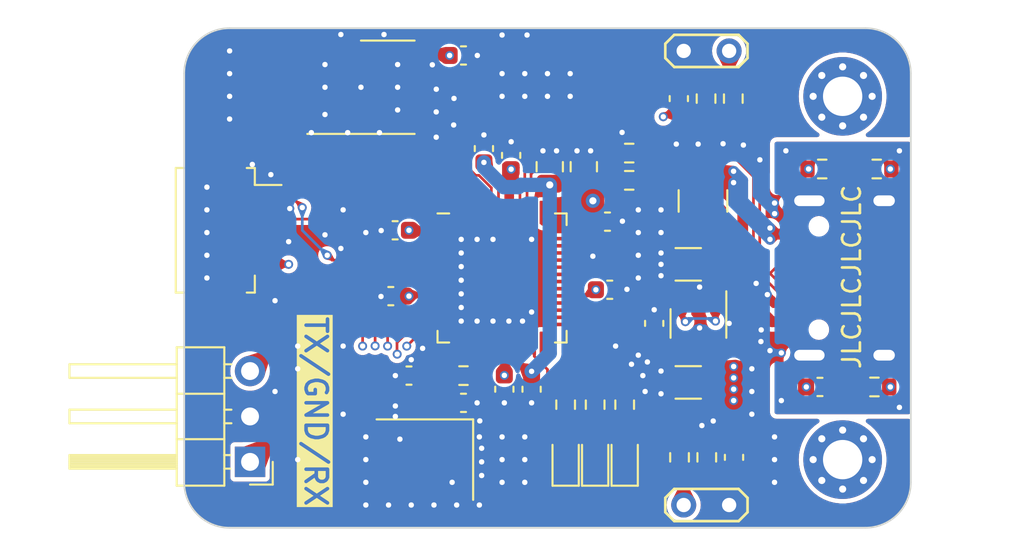
<source format=kicad_pcb>
(kicad_pcb (version 20221018) (generator pcbnew)
  (layers (0 "F.Cu" signal) (1 "In1.Cu" signal) (2 "In2.Cu" signal) (31 "B.Cu" signal) (34 "B.Paste" user) (35 "F.Paste" user) (36 "B.SilkS" user "B.Silkscreen") (37 "F.SilkS" user "F.Silkscreen") (38 "B.Mask" user) (39 "F.Mask" user) (44 "Edge.Cuts" user))
  (net 0 "")
  (net 1 "GND")
  (net 2 "+3V3")
  (net 3 "/VREG")
  (net 4 "+5V")
  (net 5 "Net-(U3-SENSE{slash}ADJ)")
  (net 6 "Net-(J2-SHIELD)")
  (net 7 "Net-(U2-XIN)")
  (net 8 "Net-(C20-Pad1)")
  (net 9 "Net-(D1-A)")
  (net 10 "Net-(D2-A)")
  (net 11 "Net-(D3-A)")
  (net 12 "Net-(F1-Pad2)")
  (net 13 "/UART1_TX")
  (net 14 "/UART1_RX")
  (net 15 "Net-(J2-CC1)")
  (net 16 "/USB_DP")
  (net 17 "/USB_DM")
  (net 19 "Net-(J2-CC2)")
  (net 21 "/SWDIO")
  (net 22 "/SWCLK")
  (net 23 "Net-(JP1-B)")
  (net 24 "Net-(JP2-B)")
  (net 25 "/QSPI_SS")
  (net 26 "/RUN")
  (net 27 "Net-(U2-XOUT)")
  (net 28 "Net-(U2-USB_DP)")
  (net 29 "Net-(U2-USB_DM)")
  (net 30 "Net-(U2-GPIO18)")
  (net 31 "Net-(U2-GPIO19)")
  (net 32 "Net-(U2-GPIO20)")
  (net 33 "/QSPI_SD1")
  (net 34 "/QSPI_SD2")
  (net 35 "/QSPI_SD0")
  (net 36 "/QSPI_CLK")
  (net 37 "/QSPI_SD3")
  (net 41 "unconnected-(U2-GPIO7-Pad9)")
  (net 42 "unconnected-(U2-GPIO8-Pad11)")
  (net 43 "unconnected-(U2-GPIO9-Pad12)")
  (net 44 "unconnected-(U2-GPIO10-Pad13)")
  (net 45 "unconnected-(U2-GPIO11-Pad14)")
  (footprint "Resistor_SMD:R_0603_1608Metric" (layer "F.Cu") (at 163.81 81.407 90)
    (fp_text reference "R1" hide)
    (fp_text value "10K")
  )
  (footprint "Capacitor_SMD:C_0603_1608Metric" (layer "F.Cu") (at 154.051 97.663 90)
    (fp_text reference "C6" hide)
    (fp_text value "100nF")
  )
  (footprint "Resistor_SMD:R_0603_1608Metric" (layer "F.Cu") (at 165.334 81.407 -90)
    (fp_text reference "R2" hide)
    (fp_text value "1K")
  )
  (footprint "Connector_PinHeader_2.54mm:PinHeader_1x03_P2.54mm_Horizontal" (layer "F.Cu") (at 138.303 101.727 180)
    (fp_text reference "J1" hide)
    (fp_text value "Conn_01x03_MountingPin")
  )
  (footprint "Capacitor_SMD:C_0603_1608Metric" (layer "F.Cu") (at 158.423 92.099 180)
    (fp_text reference "C8" hide)
    (fp_text value "100nF")
  )
  (footprint "MountingHole:MountingHole_2.2mm_M2_Pad_Via" (layer "F.Cu") (at 171.45 101.6)
    (fp_text reference "H2" hide)
    (fp_text value "MountingHole_Pad")
  )
  (footprint "Resistor_SMD:R_0603_1608Metric" (layer "F.Cu") (at 155.956 98.5265 90)
    (fp_text reference "R9" hide)
    (fp_text value "4.7K")
  )
  (footprint "Resistor_SMD:R_0603_1608Metric" (layer "F.Cu") (at 163.85 101.473 -90)
    (fp_text reference "R3" hide)
    (fp_text value "10K")
  )
  (footprint "Resistor_SMD:R_0603_1608Metric" (layer "F.Cu") (at 162.326 101.473 -90)
    (fp_text reference "R4" hide)
    (fp_text value "1K")
  )
  (footprint "Resistor_SMD:R_0603_1608Metric" (layer "F.Cu") (at 157.607 98.5265 90)
    (fp_text reference "R10" hide)
    (fp_text value "4.7K")
  )
  (footprint "Capacitor_SMD:C_1206_3216Metric" (layer "F.Cu") (at 162.814 90.678 180)
    (fp_text reference "C15" hide)
    (fp_text value "10uF")
  )
  (footprint "Resistor_SMD:R_0603_1608Metric" (layer "F.Cu") (at 150.241 96.901)
    (fp_text reference "R5" hide)
    (fp_text value "470R")
  )
  (footprint "Resistor_SMD:R_0603_1608Metric" (layer "F.Cu") (at 159.512 84.455 180)
    (fp_text reference "R6" hide)
    (fp_text value "27.4R")
  )
  (footprint "Capacitor_SMD:C_1206_3216Metric" (layer "F.Cu") (at 162.814 97.282 180)
    (fp_text reference "C17" hide)
    (fp_text value "2.2uF")
  )
  (footprint "Capacitor_SMD:C_0603_1608Metric" (layer "F.Cu") (at 151.384 84.201 -90)
    (fp_text reference "C5" hide)
    (fp_text value "100nF")
  )
  (footprint "Fuse:Fuse_1210_3225Metric" (layer "F.Cu") (at 163.637 87.133 90)
    (fp_text reference "F1" hide)
    (fp_text value "Fuse")
  )
  (footprint "Crystal:Crystal_SMD_3225-4Pin_3.2x2.5mm_HandSoldering" (layer "F.Cu") (at 148.082 101.6 180)
    (fp_text reference "Y2" hide)
    (fp_text value "Crystal_GND24")
  )
  (footprint "Capacitor_SMD:C_0603_1608Metric" (layer "F.Cu") (at 146.177 92.456)
    (fp_text reference "C10" hide)
    (fp_text value "100nF")
  )
  (footprint "MountingHole:MountingHole_2.2mm_M2_Pad_Via" (layer "F.Cu") (at 171.45 81.28)
    (fp_text reference "H1" hide)
    (fp_text value "MountingHole_Pad")
  )
  (footprint "Capacitor_SMD:C_0603_1608Metric" (layer "F.Cu") (at 160.909 93.98 90)
    (fp_text reference "C16" hide)
    (fp_text value "10nF")
  )
  (footprint "LED_SMD:LED_0603_1608Metric" (layer "F.Cu") (at 157.607 101.5745 90)
    (fp_text reference "D2" hide)
    (fp_text value "LED")
  )
  (footprint "LED_SMD:LED_0603_1608Metric" (layer "F.Cu") (at 159.258 101.5745 90)
    (fp_text reference "D3" hide)
    (fp_text value "LED")
  )
  (footprint "LED_SMD:LED_0603_1608Metric" (layer "F.Cu") (at 155.956 101.5745 90)
    (fp_text reference "D1" hide)
    (fp_text value "LED")
  )
  (footprint "Capacitor_SMD:C_0603_1608Metric" (layer "F.Cu") (at 170.18 97.536)
    (fp_text reference "C18" hide)
    (fp_text value "10nF")
  )
  (footprint "Capacitor_SMD:C_0603_1608Metric" (layer "F.Cu") (at 150.241 78.994)
    (fp_text reference "C2" hide)
    (fp_text value "100nF")
  )
  (footprint "Resistor_SMD:R_0603_1608Metric" (layer "F.Cu") (at 173.228 97.536 180)
    (fp_text reference "R16" hide)
    (fp_text value "1M")
  )
  (footprint "Capacitor_SMD:C_0805_2012Metric" (layer "F.Cu") (at 156.972 85.217 -90)
    (fp_text reference "C14" hide)
    (fp_text value "2.2uF")
  )
  (footprint "Connector_Molex:Molex_PicoBlade_53261-0471_1x04-1MP_P1.25mm_Horizontal" (layer "F.Cu") (at 136.86 88.773 -90)
    (fp_text reference "J3" hide)
    (fp_text value "Conn_01x04_MountingPin")
  )
  (footprint "Capacitor_SMD:C_0603_1608Metric" (layer "F.Cu") (at 146.418 88.773)
    (fp_text reference "C11" hide)
    (fp_text value "100nF")
  )
  (footprint "Package_DFN_QFN:QFN-56-1EP_7x7mm_P0.4mm_EP3.2x3.2mm" (layer "F.Cu") (at 152.4 91.44)
    (fp_text reference "U2" hide)
    (fp_text value "RP2040")
  )
  (footprint "Package_TO_SOT_SMD:TSOT-23-5" (layer "F.Cu") (at 163.383 93.9855 -90)
    (fp_text reference "U3" hide)
    (fp_text value "RT9013-33GB")
  )
  (footprint "Capacitor_SMD:C_0603_1608Metric" (layer "F.Cu") (at 150.241 98.425)
    (fp_text reference "C20" hide)
    (fp_text value "12pF")
  )
  (footprint "Resistor_SMD:R_0603_1608Metric" (layer "F.Cu") (at 173.355 85.344 180)
    (fp_text reference "R14" hide)
    (fp_text value "5.1k")
  )
  (footprint "TestPoint:TestPoint_2Pads_Pitch2.54mm_Drill0.8mm" (layer "F.Cu") (at 162.56 78.74)
    (fp_text reference "JP1" hide)
    (fp_text value "Jumper_2_Open")
  )
  (footprint "Capacitor_SMD:C_0603_1608Metric" (layer "F.Cu") (at 162.286 81.407 -90)
    (fp_text reference "C1" hide)
    (fp_text value "100nF")
  )
  (footprint "Capacitor_SMD:C_0805_2012Metric" (layer "F.Cu") (at 155.067 85.217 -90)
    (fp_text reference "C4" hide)
    (fp_text value "2.2uF")
  )
  (footprint "Capacitor_SMD:C_0603_1608Metric" (layer "F.Cu") (at 147.193 96.901 180)
    (fp_text reference "C19" hide)
    (fp_text value "12pF")
  )
  (footprint "Capacitor_SMD:C_0603_1608Metric" (layer "F.Cu") (at 152.908 84.582 -90)
    (fp_text reference "C12" hide)
    (fp_text value "100nF")
  )
  (footprint "TestPoint:TestPoint_2Pads_Pitch2.54mm_Drill0.8mm" (layer "F.Cu") (at 165.1 104.14 180)
    (fp_text reference "JP2" hide)
    (fp_text value "Jumper_2_Open")
  )
  (footprint "Capacitor_SMD:C_0603_1608Metric" (layer "F.Cu") (at 165.374 101.473 90)
    (fp_text reference "C3" hide)
    (fp_text value "1uF")
  )
  (footprint "Capacitor_SMD:C_0603_1608Metric" (layer "F.Cu") (at 158.296 88.289 180)
    (fp_text reference "C7" hide)
    (fp_text value "100nF")
  )
  (footprint "Connector_USB:USB_C_Receptacle_HRO_TYPE-C-31-M-12" (layer "F.Cu") (at 172.72 91.44 90)
    (fp_text reference "J2" hide)
    (fp_text value "USB_C_Receptacle_USB2.0")
  )
  (footprint "Resistor_SMD:R_0603_1608Metric" (layer "F.Cu") (at 170.307 85.344)
    (fp_text reference "R15" hide)
    (fp_text value "5.1k")
  )
  (footprint "Resistor_SMD:R_0603_1608Metric" (layer "F.Cu") (at 159.512 85.979 180)
    (fp_text reference "R7" hide)
    (fp_text value "27.4R")
  )
  (footprint "Resistor_SMD:R_0603_1608Metric" (layer "F.Cu") (at 159.258 98.5265 90)
    (fp_text reference "R11" hide)
    (fp_text value "4.7K")
  )
  (footprint "Capacitor_SMD:C_0603_1608Metric" (layer "F.Cu") (at 152.527 97.663 90)
    (fp_text reference "C9" hide)
    (fp_text value "100nF")
  )
  (footprint "Package_SON:WSON-8-1EP_6x5mm_P1.27mm_EP3.4x4.3mm" (layer "F.Cu") (at 144.5065 80.772)
    (fp_text reference "U1" hide)
    (fp_text value "W25Q32JVZP")
  )
  (gr_arc (start 134.62 80.01) (mid 135.363949 78.213949) (end 137.16 77.47) (stroke (width 0.1)) (layer "Edge.Cuts"))
  (gr_line (start 172.72 105.41) (end 137.16 105.41) (stroke (width 0.1)) (layer "Edge.Cuts"))
  (gr_line (start 137.16 77.47) (end 172.72 77.47) (stroke (width 0.1)) (layer "Edge.Cuts"))
  (gr_arc (start 172.72 77.47) (mid 174.516051 78.213949) (end 175.26 80.01) (stroke (width 0.1)) (layer "Edge.Cuts"))
  (gr_line (start 134.62 102.87) (end 134.62 80.01) (stroke (width 0.1)) (layer "Edge.Cuts"))
  (gr_arc (start 137.16 105.41) (mid 135.363949 104.666051) (end 134.62 102.87) (stroke (width 0.1)) (layer "Edge.Cuts"))
  (gr_arc (start 175.26 102.87) (mid 174.516051 104.666051) (end 172.72 105.41) (stroke (width 0.1)) (layer "Edge.Cuts"))
  (gr_line (start 175.26 80.01) (end 175.26 102.87) (stroke (width 0.1)) (layer "Edge.Cuts"))
  (gr_text "TX/GND/RX" (at 141.278689 93.490051 270) (layer "F.SilkS" knockout) (effects (font (size 1.2 1.2) (thickness 0.2) bold) (justify left bottom)))
  (gr_text "JLCJLCJLCJLC" (at 172.544073 96.618892 90) (layer "F.SilkS") (effects (font (size 1 1)) (justify left bottom)))
  (segment (start 168.675 94.69) (end 168.675 94.977) (width 0.15) (layer "F.Cu") (net 1))
  (segment (start 168.675 94.69) (end 167.184 94.69) (width 0.15) (layer "F.Cu") (net 1))
  (segment (start 151.4 95.099) (end 151.4 94.25) (width 0.15) (layer "F.Cu") (net 1))
  (segment (start 140.462 89.408) (end 139.27 89.408) (width 0.15) (layer "F.Cu") (net 1))
  (segment (start 168.021 96.152) (end 168.021 95.631) (width 0.15) (layer "F.Cu") (net 1))
  (segment (start 167.184 94.69) (end 166.878 94.996) (width 0.15) (layer "F.Cu") (net 1))
  (segment (start 139.27 89.408) (end 139.26 89.398) (width 0.15) (layer "F.Cu") (net 1))
  (segment (start 151.4 94.25) (end 151.003 93.853) (width 0.15) (layer "F.Cu") (net 1))
  (segment (start 167.64 87.186) (end 167.64 87.249) (width 0.15) (layer "F.Cu") (net 1))
  (segment (start 174.053 97.536) (end 173.303 98.286) (width 0.15) (layer "F.Cu") (net 1))
  (segment (start 173.43 84.594) (end 170.232 84.594) (width 0.15) (layer "F.Cu") (net 1))
  (segment (start 168.675 88.19) (end 167.989955 88.19) (width 0.15) (layer "F.Cu") (net 1))
  (segment (start 168.675 94.69) (end 168.2 94.69) (width 0.15) (layer "F.Cu") (net 1))
  (segment (start 167.989955 88.19) (end 167.643307 87.843352) (width 0.15) (layer "F.Cu") (net 1))
  (segment (start 168.2 94.69) (end 167.386 95.504) (width 0.15) (layer "F.Cu") (net 1))
  (segment (start 170.232 84.594) (end 169.482 85.344) (width 0.15) (layer "F.Cu") (net 1))
  (segment (start 165.374 102.248) (end 165.1 102.522) (width 0.15) (layer "F.Cu") (net 1))
  (segment (start 173.303 98.286) (end 170.155 98.286) (width 0.15) (layer "F.Cu") (net 1))
  (segment (start 169.482 85.344) (end 167.64 87.186) (width 0.15) (layer "F.Cu") (net 1))
  (segment (start 168.581 88.19) (end 168.675 88.19) (width 0.15) (layer "F.Cu") (net 1))
  (segment (start 167.64 87.249) (end 168.581 88.19) (width 0.15) (layer "F.Cu") (net 1))
  (segment (start 168.675 94.977) (end 168.021 95.631) (width 0.15) (layer "F.Cu") (net 1))
  (segment (start 169.405 97.536) (end 168.021 96.152) (width 0.15) (layer "F.Cu") (net 1))
  (segment (start 170.155 98.286) (end 169.405 97.536) (width 0.15) (layer "F.Cu") (net 1))
  (segment (start 174.18 85.344) (end 173.43 84.594) (width 0.15) (layer "F.Cu") (net 1))
  (segment (start 165.1 102.522) (end 165.1 104.14) (width 0.15) (layer "F.Cu") (net 1))
  (segment (start 168.675 94.69) (end 167.240046 94.69) (width 0.15) (layer "F.Cu") (net 1))
  (segment (start 167.240046 94.69) (end 166.894523 94.344477) (width 0.15) (layer "F.Cu") (net 1))
  (via (at 146.558 79.502) (size 0.5) (drill 0.3) (layers "F.Cu" "B.Cu") (net 1))
  (via (at 145.627542 92.475471) (size 0.5) (drill 0.3) (layers "F.Cu" "B.Cu") (net 1))
  (via (at 144.5065 80.772) (size 0.5) (drill 0.3) (layers "F.Cu" "B.Cu") (net 1))
  (via (at 137.16 82.55) (size 0.5) (drill 0.3) (layers "F.Cu" "B.Cu") (net 1))
  (via (at 159.385 92.075) (size 0.5) (drill 0.3) (layers "F.Cu" "B.Cu") (net 1))
  (via (at 151.003 93.853) (size 0.5) (drill 0.3) (layers "F.Cu" "B.Cu") (net 1))
  (via (at 166.819586 84.831405) (size 0.5) (drill 0.3) (layers "F.Cu" "B.Cu") (net 1))
  (via (at 153.797 77.851) (size 0.5) (drill 0.3) (layers "F.Cu" "B.Cu") (net 1))
  (via (at 143.51 99.06) (size 0.5) (drill 0.3) (layers "F.Cu" "B.Cu") (net 1))
  (via (at 142.494 80.772) (size 0.5) (drill 0.3) (layers "F.Cu" "B.Cu") (net 1))
  (via (at 135.89 87.63) (size 0.5) (drill 0.3) (layers "F.Cu" "B.Cu") (net 1))
  (via (at 150.114 89.281) (size 0.5) (drill 0.3) (layers "F.Cu" "B.Cu") (net 1))
  (via (at 169.418 97.536) (size 0.5) (drill 0.3) (layers "F.Cu" "B.Cu") (net 1))
  (via (at 164.211 99.441) (size 0.5) (drill 0.3) (layers "F.Cu" "B.Cu") (net 1))
  (via (at 140.462 89.408) (size 0.5) (drill 0.3) (layers "F.Cu" "B.Cu") (net 1))
  (via (at 153.67 81.28) (size 0.5) (drill 0.3) (layers "F.Cu" "B.Cu") (net 1))
  (via (at 167.238896 92.370653) (size 0.5) (drill 0.3) (layers "F.Cu" "B.Cu") (net 1))
  (via (at 160.401 97.79) (size 0.5) (drill 0.3) (layers "F.Cu" "B.Cu") (net 1))
  (via (at 151.257 102.489) (size 0.5) (drill 0.3) (layers "F.Cu" "B.Cu") (net 1))
  (via (at 146.558 82.042) (size 0.5) (drill 0.3) (layers "F.Cu" "B.Cu") (net 1))
  (via (at 152.4 81.28) (size 0.5) (drill 0.3) (layers "F.Cu" "B.Cu") (net 1))
  (via (at 154.686 84.328) (size 0.5) (drill 0.3) (layers "F.Cu" "B.Cu") (net 1))
  (via (at 153.67 80.01) (size 0.5) (drill 0.3) (layers "F.Cu" "B.Cu") (net 1))
  (via (at 144.78 100.33) (size 0.5) (drill 0.3) (layers "F.Cu" "B.Cu") (net 1))
  (via (at 153.67 102.87) (size 0.5) (drill 0.3) (layers "F.Cu" "B.Cu") (net 1))
  (via (at 157.477885 90.222943) (size 0.5) (drill 0.3) (layers "F.Cu" "B.Cu") (net 1))
  (via (at 153.67 100.33) (size 0.5) (drill 0.3) (layers "F.Cu" "B.Cu") (net 1))
  (via (at 137.16 81.28) (size 0.5) (drill 0.3) (layers "F.Cu" "B.Cu") (net 1))
  (via (at 146.05 104.14) (size 0.5) (drill 0.3) (layers "F.Cu" "B.Cu") (net 1))
  (via (at 161.29 87.63) (size 0.5) (drill 0.3) (layers "F.Cu" "B.Cu") (net 1))
  (via (at 145.796 77.8225) (size 0.5) (drill 0.3) (layers "F.Cu" "B.Cu") (net 1))
  (via (at 153.67 101.6) (size 0.5) (drill 0.3) (layers "F.Cu" "B.Cu") (net 1))
  (via (at 167.64 102.87) (size 0.5) (drill 0.3) (layers "F.Cu" "B.Cu") (net 1))
  (via (at 144.78 102.87) (size 0.5) (drill 0.3) (layers "F.Cu" "B.Cu") (net 1))
  (via (at 152.781 93.853) (size 0.5) (drill 0.3) (layers "F.Cu" "B.Cu") (net 1))
  (via (at 174.117 85.344) (size 0.5) (drill 0.3) (layers "F.Cu" "B.Cu") (net 1))
  (via (at 148.717 83.566) (size 0.5) (drill 0.3) (layers "F.Cu" "B.Cu") (net 1))
  (via (at 138.43 85.09) (size 0.5) (drill 0.3) (layers "F.Cu" "B.Cu") (net 1))
  (via (at 151.153822 99.434278) (size 0.5) (drill 0.3) (layers "F.Cu" "B.Cu") (net 1))
  (via (at 143.383 77.8225) (size 0.5) (drill 0.3) (layers "F.Cu" "B.Cu") (net 1))
  (via (at 148.59 104.14) (size 0.5) (drill 0.3) (layers "F.Cu" "B.Cu") (net 1))
  (via (at 149.710713 81.397523) (size 0.5) (drill 0.3) (layers "F.Cu" "B.Cu") (net 1))
  (via (at 151.384 83.439) (size 0.5) (drill 0.3) (layers "F.Cu" "B.Cu") (net 1))
  (via (at 163.367723 83.952359) (size 0.5) (drill 0.3) (layers "F.Cu" "B.Cu") (net 1))
  (via (at 160.274 96.901) (size 0.5) (drill 0.3) (layers "F.Cu" "B.Cu") (net 1))
  (via (at 163.576 99.695) (size 0.5) (drill 0.3) (layers "F.Cu" "B.Cu") (net 1))
  (via (at 152.908 83.82) (size 0.5) (drill 0.3) (layers "F.Cu" "B.Cu") (net 1))
  (via (at 158.75 95.25) (size 0.5) (drill 0.3) (layers "F.Cu" "B.Cu") (net 1))
  (via (at 146.431 96.901) (size 0.5) (drill 0.3) (layers "F.Cu" "B.Cu") (net 1))
  (via (at 163.449 91.948) (size 0.5) (drill 0.3) (layers "F.Cu" "B.Cu") (net 1))
  (via (at 166.37 99.06) (size 0.5) (drill 0.3) (layers "F.Cu" "B.Cu") (net 1))
  (via (at 167.643307 87.843352) (size 0.5) (drill 0.3) (layers "F.Cu" "B.Cu") (net 1))
  (via (at 137.16 80.01) (size 0.5) (drill 0.3) (layers "F.Cu" "B.Cu") (net 1))
  (via (at 160.02 87.63) (size 0.5) (drill 0.3) (layers "F.Cu" "B.Cu") (net 1))
  (via (at 161.29 97.917) (size 0.5) (drill 0.3) (layers "F.Cu" "B.Cu") (net 1))
  (via (at 139.467166 85.65953) (size 0.5) (drill 0.3) (layers "F.Cu" "B.Cu") (net 1))
  (via (at 160.909 93.218) (size 0.5) (drill 0.3) (layers "F.Cu" "B.Cu") (net 1))
  (via (at 150.114 93.091) (size 0.5) (drill 0.3) (layers "F.Cu" "B.Cu") (net 1))
  (via (at 152.527 98.425) (size 0.5) (drill 0.3) (layers "F.Cu" "B.Cu") (net 1))
  (via (at 152.4 101.6) (size 0.5) (drill 0.3) (layers "F.Cu" "B.Cu") (net 1))
  (via (at 146.685 100.457) (size 0.5) (drill 0.3) (layers "F.Cu" "B.Cu") (net 1))
  (via (at 139.7 97.79) (size 0.5) (drill 0.3) (layers "F.Cu" "B.Cu") (net 1))
  (via (at 152.4 80.01) (size 0.5) (drill 0.3) (layers "F.Cu" "B.Cu") (net 1))
  (via (at 140.97 96.52) (size 0.5) (drill 0.3) (layers "F.Cu" "B.Cu") (net 1))
  (via (at 139.7 92.71) (size 0.5) (drill 0.3) (layers "F.Cu" "B.Cu") (net 1))
  (via (at 161.29 91.313) (size 0.5) (drill 0.3) (layers "F.Cu" "B.Cu") (net 1))
  (via (at 143.383 89.789) (size 0.5) (drill 0.3) (layers "F.Cu" "B.Cu") (net 1))
  (via (at 150.114 90.043) (size 0.5) (drill 0.3) (layers "F.Cu" "B.Cu") (net 1))
  (via (at 152.4 100.33) (size 0.5) (drill 0.3) (layers "F.Cu" "B.Cu") (net 1))
  (via (at 166.878 94.996) (size 0.5) (drill 0.3) (layers "F.Cu" "B.Cu") (net 1))
  (via (at 162.145636 83.952359) (size 0.5) (drill 0.3) (layers "F.Cu" "B.Cu") (net 1))
  (via (at 146.431 99.187) (size 0.5) (drill 0.3) (layers "F.Cu" "B.Cu") (net 1))
  (via (at 140.526591 87.557078) (size 0.5) (drill 0.3) (layers "F.Cu" "B.Cu") (net 1))
  (via (at 148.499127 79.5165) (size 0.5) (drill 0.3) (layers "F.Cu" "B.Cu") (net 1))
  (via (at 160.02 95.758) (size 0.5) (drill 0.3) (layers "F.Cu" "B.Cu") (net 1))
  (via (at 148.717 82.1525) (size 0.5) (drill 0.3) (layers "F.Cu" "B.Cu") (net 1))
  (via (at 168.021 95.631) (size 0.5) (drill 0.3) (layers "F.Cu" "B.Cu") (net 1))
  (via (at 144.78 88.9) (size 0.5) (drill 0.3) (layers "F.Cu" "B.Cu") (net 1))
  (via (at 167.64 87.249) (size 0.5) (drill 0.3) (layers "F.Cu" "B.Cu") (net 1))
  (via (at 150.114 91.567) (size 0.5) (drill 0.3) (layers "F.Cu" "B.Cu") (net 1))
  (via (at 151.892 89.281) (size 0.5) (drill 0.3) (layers "F.Cu" "B.Cu") (net 1))
  (via (at 143.51 95.25) (size 0.5) (drill 0.3) (layers "F.Cu" "B.Cu") (net 1))
  (via (at 150.114 92.329) (size 0.5) (drill 0.3) (layers "F.Cu" "B.Cu") (net 1))
  (via (at 167.386 95.504) (size 0.5) (drill 0.3) (layers "F.Cu" "B.Cu") (net 1))
  (via (at 151.257 101.727) (size 0.5) (drill 0.3) (layers "F.Cu" "B.Cu") (net 1))
  (via (at 152.4 77.851) (size 0.5) (drill 0.3) (layers "F.Cu" "B.Cu") (net 1))
  (via (at 141.732 83.312) (size 0.5) (drill 0.3) (layers "F.Cu" "B.Cu") (net 1))
  (via (at 154.94 81.28) (size 0.5) (drill 0.3) (layers "F.Cu" "B.Cu") (net 1))
  (via (at 161.29 96.647) (size 0.5) (drill 0.3) (layers "F.Cu" "B.Cu") (net 1))
  (via (at 135.89 88.9) (size 0.5) (drill 0.3) (layers "F.Cu" "B.Cu") (net 1))
  (via (at 166.6115 91.743256) (size 0.5) (drill 0.3) (layers "F.Cu" "B.Cu") (net 1))
  (via (at 161.29 90.678) (size 0.5) (drill 0.3) (layers "F.Cu" "B.Cu") (net 1))
  (via (at 149.86 104.14) (size 0.5) (drill 0.3) (layers "F.Cu" "B.Cu") (net 1))
  (via (at 149.606 102.87) (size 0.5) (drill 0.3) (layers "F.Cu" "B.Cu") (net 1))
  (via (at 156.21 81.28) (size 0.5) (drill 0.3) (layers "F.Cu" "B.Cu") (net 1))
  (via (at 166.37 96.52) (size 0.5) (drill 0.3) (layers "F.Cu" "B.Cu") (net 1))
  (via (at 142.494 82.296) (size 0.5) (drill 0.3) (layers "F.Cu" "B.Cu") (net 1))
  (via (at 154.051 93.345) (size 0.5) (drill 0.3) (layers "F.Cu" "B.Cu") (net 1))
  (via (at 151.016 78.994) (size 0.5) (drill 0.3) (layers "F.Cu" "B.Cu") (net 1))
  (via (at 145.542 83.312) (size 0.5) (drill 0.3) (layers "F.Cu" "B.Cu") (net 1))
  (via (at 163.449 94.234) (size 0.5) (drill 0.3) (layers "F.Cu" "B.Cu") (net 1))
  (via (at 148.720744 80.8825) (size 0.5) (drill 0.3) (layers "F.Cu" "B.Cu") (net 1))
  (via (at 147.955 95.377) (size 0.5) (drill 0.3) (layers "F.Cu" "B.Cu") (net 1))
  (via (at 157.353 84.328) (size 0.5) (drill 0.3) (layers "F.Cu" "B.Cu") (net 1))
  (via (at 151.003 98.425) (size 0.5) (drill 0.3) (layers "F.Cu" "B.Cu") (net 1))
  (via (at 165.89766 84.005959) (size 0.5) (drill 0.3) (layers "F.Cu" "B.Cu") (net 1))
  (via (at 159.639 96.266) (size 0.5) (drill 0.3) (layers "F.Cu" "B.Cu") (net 1))
  (via (at 149.692229 82.882939) (size 0.5) (drill 0.3) (layers "F.Cu" "B.Cu") (net 1))
  (via (at 167.64 101.6) (size 0.5) (drill 0.3) (layers "F.Cu" "B.Cu") (net 1))
  (via (at 135.89 91.44) (size 0.5) (drill 0.3) (layers "F.Cu" "B.Cu") (net 1))
  (via (at 174.117 97.536) (size 0.5) (drill 0.3) (layers "F.Cu" "B.Cu") (net 1))
  (via (at 167.64 100.33) (size 0.5) (drill 0.3) (layers "F.Cu" "B.Cu") (net 1))
  (via (at 135.89 90.17) (size 0.5) (drill 0.3) (layers "F.Cu" "B.Cu") (net 1))
  (via (at 147.32 96.012) (size 0.5) (drill 0.3) (layers "F.Cu" "B.Cu") (net 1))
  (via (at 142.494 79.502) (size 0.5) (drill 0.3) (layers "F.Cu" "B.Cu") (net 1))
  (via (at 146.558 80.772) (size 0.5) (drill 0.3) (layers "F.Cu" "B.Cu") (net 1))
  (via (at 156.591 84.328) (size 0.5) (drill 0.3) (layers "F.Cu" "B.Cu") (net 1))
  (via (at 160.528 96.139) (size 0.5) (drill 0.3) (layers "F.Cu" "B.Cu") (net 1))
  (via (at 146.431 98.6005) (size 0.5) (drill 0.3) (layers "F.Cu" "B.Cu") (net 1))
  (via (at 140.97 95.25) (size 0.5) (drill 0.3) (layers "F.Cu" "B.Cu") (net 1))
  (via (at 151.13 104.14) (size 0.5) (drill 0.3) (layers "F.Cu" "B.Cu") (net 1))
  (via (at 143.764 83.312) (size 0.5) (drill 0.3) (layers "F.Cu" "B.Cu") (net 1))
  (via (at 150.114 90.805) (size 0.5) (drill 0.3) (layers "F.Cu" "B.Cu") (net 1))
  (via (at 159.131 88.265) (size 0.5) (drill 0.3) (layers "F.Cu" "B.Cu") (net 1))
  (via (at 151.892 93.853) (size 0.5) (drill 0.3) (layers "F.Cu" "B.Cu") (net 1))
  (via (at 154.94 80.01) (size 0.5) (drill 0.3) (layers "F.Cu" "B.Cu") (net 1))
  (via (at 161.29 90.043) (size 0.5) (drill 0.3) (layers "F.Cu" "B.Cu") (net 1))
  (via (at 165.1 93.98) (size 0.5) (drill 0.3) (layers "F.Cu" "B.Cu") (net 1))
  (via (at 153.543 93.853) (size 0.5) (drill 0.3) (layers "F.Cu" "B.Cu") (net 1))
  (via (at 151.13 100.33) (size 0.5) (drill 0.3) (layers "F.Cu" "B.Cu") (net 1))
  (via (at 156.21 80.01) (size 0.5) (drill 0.3) (layers "F.Cu" "B.Cu") (net 1))
  (via (at 154.051 98.425) (size 0.5) (drill 0.3) (layers "F.Cu" "B.Cu") (net 1))
  (via (at 160.02 91.44) (size 0.5) (drill 0.3) (layers "F.Cu" "B.Cu") (net 1))
  (via (at 135.89 86.36) (size 0.5) (drill 0.3) (layers "F.Cu" "B.Cu") (net 1))
  (via (at 144.78 104.14) (size 0.5) (drill 0.3) (layers "F.Cu" "B.Cu") (net 1))
  (via (at 137.16 78.74) (size 0.5) (drill 0.3) (layers "F.Cu" "B.Cu") (net 1))
  (via (at 150.114 93.853) (size 0.5) (drill 0.3) (layers "F.Cu" "B.Cu") (net 1))
  (via (at 144.78 101.6) (size 0.5) (drill 0.3) (layers "F.Cu" "B.Cu") (net 1))
  (via (at 155.448 84.328) (size 0.5) (drill 0.3) (layers "F.Cu" "B.Cu") (net 1))
  (via (at 159.111856 83.298435) (size 0.5) (drill 0.3) (layers "F.Cu" "B.Cu") (net 1))
  (via (at 147.32 104.14) (size 0.5) (drill 0.3) (layers "F.Cu" "B.Cu") (net 1))
  (via (at 152.4 102.87) (size 0.5) (drill 0.3) (layers "F.Cu" "B.Cu") (net 1))
  (via (at 161.29 88.9) (size 0.5) (drill 0.3) (layers "F.Cu" "B.Cu") (net 1))
  (via (at 169.545 85.344) (size 0.5) (drill 0.3) (layers "F.Cu" "B.Cu") (net 1))
  (via (at 166.894523 94.344477) (size 0.5) (drill 0.3) (layers "F.Cu" "B.Cu") (net 1))
  (via (at 143.51 87.63) (size 0.5) (drill 0.3) (layers "F.Cu" "B.Cu") (net 1))
  (via (at 154.051 89.281) (size 0.5) (drill 0.3) (layers "F.Cu" "B.Cu") (net 1))
  (via (at 142.494 89.027) (size 0.5) (drill 0.3) (layers "F.Cu" "B.Cu") (net 1))
  (via (at 160.02 90.17) (size 0.5) (drill 0.3) (layers "F.Cu" "B.Cu") (net 1))
  (via (at 140.97 101.6) (size 0.5) (drill 0.3) (layers "F.Cu" "B.Cu") (net 1))
  (via (at 151.257 100.965) (size 0.5) (drill 0.3) (layers "F.Cu" "B.Cu") (net 1))
  (via (at 166.37 97.79) (size 0.5) (drill 0.3) (layers "F.Cu" "B.Cu") (net 1))
  (via (at 151.003 89.281) (size 0.5) (drill 0.3) (layers "F.Cu" "B.Cu") (net 1))
  (via (at 164.761333 83.930919) (size 0.5) (drill 0.3) (layers "F.Cu" "B.Cu") (net 1))
  (via (at 160.02 88.9) (size 0.5) (drill 0.3) (layers "F.Cu" "B.Cu") (net 1))
  (via (at 145.638262 88.787767) (size 0.5) (drill 0.3) (layers "F.Cu" "B.Cu") (net 1))
  (segment (start 161.658 82.182) (end 161.417 82.423) (width 0.15) (layer "F.Cu") (net 2))
  (segment (start 152.6 96.815) (end 152.527 96.888) (width 0.15) (layer "F.Cu") (net 2))
  (segment (start 164.04 100.648) (end 165.374 99.314) (width 0.15) (layer "F.Cu") (net 2))
  (segment (start 157.48 86.675) (end 156.972 86.167) (width 0.8) (layer "F.Cu") (net 2))
  (segment (start 164.333 95.123) (end 164.333 97.238) (width 0.5) (layer "F.Cu") (net 2))
  (segment (start 147.26 88.84) (end 147.193 88.773) (width 0.15) (layer "F.Cu") (net 2))
  (segment (start 140.462 90.678) (end 139.29 90.678) (width 0.15) (layer "F.Cu") (net 2))
  (segment (start 139.29 90.678) (end 139.26 90.648) (width 0.15) (layer "F.Cu") (net 2))
  (segment (start 165.374 99.314) (end 165.374 98.318) (width 0.15) (layer "F.Cu") (net 2))
  (segment (start 162.286 82.182) (end 161.658 82.182) (width 0.15) (layer "F.Cu") (net 2))
  (segment (start 162.336 82.232) (end 162.286 82.182) (width 0.15) (layer "F.Cu") (net 2))
  (segment (start 147.574 78.867) (end 149.212 78.867) (width 0.4) (layer "F.Cu") (net 2))
  (segment (start 148.741 88.84) (end 147.26 88.84) (width 0.15) (layer "F.Cu") (net 2))
  (segment (start 147.209 92.44) (end 147.193 92.456) (width 0.15) (layer "F.Cu") (net 2))
  (segment (start 165.374 100.698) (end 165.374 99.314) (width 0.15) (layer "F.Cu") (net 2))
  (segment (start 157.307 92.44) (end 157.648 92.099) (width 0.15) (layer "F.Cu") (net 2))
  (segment (start 163.85 100.648) (end 164.04 100.648) (width 0.15) (layer "F.Cu") (net 2))
  (segment (start 148.741 92.44) (end 147.209 92.44) (width 0.15) (layer "F.Cu") (net 2))
  (segment (start 163.81 82.232) (end 162.336 82.232) (width 0.15) (layer "F.Cu") (net 2))
  (segment (start 164.333 97.238) (end 164.289 97.282) (width 0.5) (layer "F.Cu") (net 2))
  (segment (start 155 87.455) (end 155 87.781) (width 0.15) (layer "F.Cu") (net 2))
  (segment (start 165.374 98.318) (end 165.354 98.298) (width 0.15) (layer "F.Cu") (net 2))
  (segment (start 152.6 95.099) (end 152.6 96.815) (width 0.15) (layer "F.Cu") (net 2))
  (segment (start 157.48 87.122) (end 157.48 86.675) (width 0.8) (layer "F.Cu") (net 2))
  (segment (start 156.059 92.44) (end 157.307 92.44) (width 0.15) (layer "F.Cu") (net 2))
  (via (at 161.417 82.423) (size 0.5) (drill 0.3) (layers "F.Cu" "B.Cu") (net 2))
  (via (at 147.193 92.456) (size 0.5) (drill 0.3) (layers "F.Cu" "B.Cu") (net 2))
  (via (at 157.648 92.099) (size 0.5) (drill 0.3) (layers "F.Cu" "B.Cu") (net 2))
  (via (at 152.908 85.357) (size 0.5) (drill 0.3) (layers "F.Cu" "B.Cu") (net 2))
  (via (at 157.48 87.122) (size 0.8) (drill 0.4) (layers "F.Cu" "B.Cu") (net 2))
  (via (at 140.462 90.678) (size 0.5) (drill 0.3) (layers "F.Cu" "B.Cu") (net 2))
  (via (at 165.354 97.663) (size 0.5) (drill 0.3) (layers "F.Cu" "B.Cu") (net 2))
  (via (at 165.354 97.028) (size 0.5) (drill 0.3) (layers "F.Cu" "B.Cu") (net 2))
  (via (at 165.354 96.393) (size 0.5) (drill 0.3) (layers "F.Cu" "B.Cu") (net 2))
  (via (at 149.466 78.994) (size 0.5) (drill 0.3) (layers "F.Cu" "B.Cu") (net 2))
  (via (at 147.193 88.773) (size 0.5) (drill 0.3) (layers "F.Cu" "B.Cu") (net 2))
  (via (at 152.527 96.888) (size 0.5) (drill 0.3) (layers "F.Cu" "B.Cu") (net 2))
  (via (at 165.354 98.298) (size 0.5) (drill 0.3) (layers "F.Cu" "B.Cu") (net 2))
  (segment (start 152.2 86.033) (end 151.384 85.217) (width 0.15) (layer "F.Cu") (net 3))
  (segment (start 154.2 87.062381) (end 154.2 87.781) (width 0.15) (layer "F.Cu") (net 3))
  (segment (start 151.384 85.217) (end 151.384 84.976) (width 0.15) (layer "F.Cu") (net 3))
  (segment (start 153 95.837) (end 154.051 96.888) (width 0.15) (layer "F.Cu") (net 3))
  (segment (start 153 95.099) (end 153 95.837) (width 0.15) (layer "F.Cu") (net 3))
  (segment (start 155.029381 86.233) (end 154.2 87.062381) (width 0.15) (layer "F.Cu") (net 3))
  (segment (start 152.2 87.781) (end 152.2 86.033) (width 0.15) (layer "F.Cu") (net 3))
  (via (at 151.384 84.976) (size 0.5) (drill 0.3) (layers "F.Cu" "B.Cu") (net 3))
  (via (at 155.067 86.233) (size 0.8) (drill 0.4) (layers "F.Cu" "B.Cu") (net 3))
  (via (at 154.051 96.6635) (size 0.5) (drill 0.3) (layers "F.Cu" "B.Cu") (net 3))
  (segment (start 155.067 88.011) (end 155.067 86.233) (width 0.8) (layer "B.Cu") (net 3))
  (segment (start 153.322214 86.357) (end 152.493786 86.357) (width 0.8) (layer "B.Cu") (net 3))
  (segment (start 155.067 86.233) (end 153.446214 86.233) (width 0.8) (layer "B.Cu") (net 3))
  (segment (start 154.051 96.6635) (end 155.067 95.6475) (width 0.8) (layer "B.Cu") (net 3))
  (segment (start 155.067 95.6475) (end 155.067 88.011) (width 0.8) (layer "B.Cu") (net 3))
  (segment (start 153.446214 86.233) (end 153.322214 86.357) (width 0.8) (layer "B.Cu") (net 3))
  (segment (start 152.493786 86.357) (end 151.384 85.247214) (width 0.8) (layer "B.Cu") (net 3))
  (segment (start 151.384 85.247214) (end 151.384 84.976) (width 0.8) (layer "B.Cu") (net 3))
  (segment (start 162.433 92.848) (end 162.433 93.667624) (width 0.15) (layer "F.Cu") (net 4))
  (segment (start 163.637 88.834) (end 164.289 89.486) (width 0.8) (layer "F.Cu") (net 4))
  (segment (start 163.637 88.533) (end 163.637 88.834) (width 0.8) (layer "F.Cu") (net 4))
  (segment (start 164.338 93.853) (end 164.338 92.853) (width 0.15) (layer "F.Cu") (net 4))
  (segment (start 164.289 92.804) (end 164.333 92.848) (width 0.5) (layer "F.Cu") (net 4))
  (segment (start 164.289 89.486) (end 164.289 90.678) (width 0.8) (layer "F.Cu") (net 4))
  (segment (start 164.289 90.678) (end 164.289 92.804) (width 0.5) (layer "F.Cu") (net 4))
  (segment (start 162.433 93.667624) (end 162.652688 93.887312) (width 0.15) (layer "F.Cu") (net 4))
  (segment (start 164.338 92.853) (end 164.333 92.848) (width 0.15) (layer "F.Cu") (net 4))
  (via (at 164.338 93.853) (size 0.5) (drill 0.3) (layers "F.Cu" "B.Cu") (net 4))
  (via (at 162.652688 93.887312) (size 0.5) (drill 0.3) (layers "F.Cu" "B.Cu") (net 4))
  (segment (start 164.338 93.853) (end 164.194 93.709) (width 0.15) (layer "B.Cu") (net 4))
  (segment (start 164.194 93.709) (end 162.831 93.709) (width 0.15) (layer "B.Cu") (net 4))
  (segment (start 162.831 93.709) (end 162.652688 93.887312) (width 0.15) (layer "B.Cu") (net 4))
  (segment (start 161.303 94.755) (end 160.909 94.755) (width 0.5) (layer "F.Cu") (net 5))
  (segment (start 161.671 95.123) (end 161.303 94.755) (width 0.5) (layer "F.Cu") (net 5))
  (segment (start 162.433 95.123) (end 161.671 95.123) (width 0.5) (layer "F.Cu") (net 5))
  (segment (start 169.59 96.171) (end 170.955 97.536) (width 0.25) (layer "F.Cu") (net 6))
  (segment (start 173.77 95.76) (end 173.77 96.169) (width 0.25) (layer "F.Cu") (net 6))
  (segment (start 169.59 95.76) (end 169.59 96.171) (width 0.25) (layer "F.Cu") (net 6))
  (segment (start 173.77 96.169) (end 172.403 97.536) (width 0.25) (layer "F.Cu") (net 6))
  (via (at 174.625 98.679) (size 0.5) (drill 0.3) (layers "F.Cu" "B.Cu") (net 6))
  (via (at 174.625 84.328) (size 0.5) (drill 0.3) (layers "F.Cu" "B.Cu") (net 6))
  (via (at 168.021 98.298) (size 0.5) (drill 0.3) (layers "F.Cu" "B.Cu") (net 6))
  (via (at 168.275 84.328) (size 0.5) (drill 0.3) (layers "F.Cu" "B.Cu") (net 6))
  (segment (start 146.782 102.75) (end 146.632 102.75) (width 0.15) (layer "F.Cu") (net 7))
  (segment (start 151.584619 96.033) (end 148.836 96.033) (width 0.15) (layer "F.Cu") (net 7))
  (segment (start 148.082 101.45) (end 146.782 102.75) (width 0.15) (layer "F.Cu") (net 7))
  (segment (start 147.968 96.901) (end 148.082 97.015) (width 0.15) (layer "F.Cu") (net 7))
  (segment (start 148.082 97.015) (end 148.082 101.45) (width 0.15) (layer "F.Cu") (net 7))
  (segment (start 151.8 95.817619) (end 151.584619 96.033) (width 0.15) (layer "F.Cu") (net 7))
  (segment (start 148.836 96.033) (end 147.968 96.901) (width 0.15) (layer "F.Cu") (net 7))
  (segment (start 151.8 95.099) (end 151.8 95.817619) (width 0.15) (layer "F.Cu") (net 7))
  (segment (start 149.532 97.017) (end 149.416 96.901) (width 0.15) (layer "F.Cu") (net 8))
  (segment (start 149.532 100.45) (end 149.532 97.017) (width 0.15) (layer "F.Cu") (net 8))
  (segment (start 155.956 100.787) (end 155.956 99.3515) (width 0.15) (layer "F.Cu") (net 9))
  (segment (start 157.607 99.3515) (end 157.607 100.787) (width 0.15) (layer "F.Cu") (net 10))
  (segment (start 159.258 99.3515) (end 159.258 100.787) (width 0.15) (layer "F.Cu") (net 11))
  (segment (start 168.675 88.99) (end 167.677 88.99) (width 0.6) (layer "F.Cu") (net 12))
  (segment (start 163.899 85.471) (end 163.637 85.733) (width 0.6) (layer "F.Cu") (net 12))
  (segment (start 165.349 86.106) (end 164.01 86.106) (width 0.6) (layer "F.Cu") (net 12))
  (segment (start 167.677 88.99) (end 167.386 89.281) (width 0.6) (layer "F.Cu") (net 12))
  (segment (start 167.5 93.89) (end 165.862 92.252) (width 0.6) (layer "F.Cu") (net 12))
  (segment (start 168.675 88.99) (end 167.73 88.99) (width 0.6) (layer "F.Cu") (net 12))
  (segment (start 168.675 93.89) (end 167.5 93.89) (width 0.6) (layer "F.Cu") (net 12))
  (segment (start 163.965 85.733) (end 163.637 85.733) (width 0.6) (layer "F.Cu") (net 12))
  (segment (start 167.73 88.99) (end 167.386 88.646) (width 0.6) (layer "F.Cu") (net 12))
  (segment (start 165.349 85.471) (end 163.899 85.471) (width 0.6) (layer "F.Cu") (net 12))
  (segment (start 164.01 86.106) (end 163.637 85.733) (width 0.6) (layer "F.Cu") (net 12))
  (segment (start 165.862 92.252) (end 165.862 87.63) (width 0.6) (layer "F.Cu") (net 12))
  (segment (start 165.862 87.63) (end 163.965 85.733) (width 0.6) (layer "F.Cu") (net 12))
  (via (at 165.349 85.471) (size 0.5) (drill 0.3) (layers "F.Cu" "B.Cu") (net 12))
  (via (at 167.386 89.281) (size 0.5) (drill 0.3) (layers "F.Cu" "B.Cu") (net 12))
  (via (at 165.349 86.106) (size 0.5) (drill 0.3) (layers "F.Cu" "B.Cu") (net 12))
  (via (at 167.386 88.646) (size 0.5) (drill 0.3) (layers "F.Cu" "B.Cu") (net 12))
  (segment (start 165.862 87.122) (end 165.862 85.984) (width 0.6) (layer "B.Cu") (net 12))
  (segment (start 167.386 89.281) (end 165.349 87.244) (width 0.6) (layer "B.Cu") (net 12))
  (segment (start 165.349 87.244) (end 165.349 86.106) (width 0.6) (layer "B.Cu") (net 12))
  (segment (start 167.386 88.646) (end 165.862 87.122) (width 0.6) (layer "B.Cu") (net 12))
  (segment (start 165.862 85.984) (end 165.349 85.471) (width 0.6) (layer "B.Cu") (net 12))
  (segment (start 138.303 96.647) (end 144.11 90.84) (width 0.15) (layer "F.Cu") (net 13))
  (segment (start 144.11 90.84) (end 148.741 90.84) (width 0.15) (layer "F.Cu") (net 13))
  (segment (start 145.234 91.24) (end 148.741 91.24) (width 0.15) (layer "F.Cu") (net 14))
  (segment (start 141.986 94.488) (end 145.234 91.24) (width 0.15) (layer "F.Cu") (net 14))
  (segment (start 138.303 101.727) (end 141.986 98.044) (width 0.15) (layer "F.Cu") (net 14))
  (segment (start 141.986 98.044) (end 141.986 94.488) (width 0.15) (layer "F.Cu") (net 14))
  (segment (start 169.870173 92.69) (end 168.675 92.69) (width 0.25) (layer "F.Cu") (net 15))
  (segment (start 172.53 85.344) (end 172.53 90.030173) (width 0.25) (layer "F.Cu") (net 15))
  (segment (start 172.53 90.030173) (end 169.870173 92.69) (width 0.25) (layer "F.Cu") (net 15))
  (segment (start 167.89 91.69) (end 167.386 91.186) (width 0.15) (layer "F.Cu") (net 16))
  (segment (start 166.811 90.611) (end 166.811 85.624853) (width 0.15) (layer "F.Cu") (net 16))
  (segment (start 160.718 84.836) (end 160.337 84.455) (width 0.15) (layer "F.Cu") (net 16))
  (segment (start 167.386 91.186) (end 166.811 90.611) (width 0.15) (layer "F.Cu") (net 16))
  (segment (start 162.037026 84.483) (end 161.684026 84.836) (width 0.15) (layer "F.Cu") (net 16))
  (segment (start 161.684026 84.836) (end 160.718 84.836) (width 0.15) (layer "F.Cu") (net 16))
  (segment (start 167.882 90.69) (end 167.386 91.186) (width 0.15) (layer "F.Cu") (net 16))
  (segment (start 166.811 85.624853) (end 165.669147 84.483) (width 0.15) (layer "F.Cu") (net 16))
  (segment (start 168.675 91.69) (end 167.89 91.69) (width 0.15) (layer "F.Cu") (net 16))
  (segment (start 165.669147 84.483) (end 162.037026 84.483) (width 0.15) (layer "F.Cu") (net 16))
  (segment (start 168.675 90.69) (end 167.882 90.69) (width 0.15) (layer "F.Cu") (net 16))
  (segment (start 165.524173 84.833) (end 162.182 84.833) (width 0.15) (layer "F.Cu") (net 17))
  (segment (start 160.337 85.789) (end 160.337 85.979) (width 0.15) (layer "F.Cu") (net 17))
  (segment (start 166.461 90.851) (end 166.461 85.769827) (width 0.15) (layer "F.Cu") (net 17))
  (segment (start 170.053 91.694) (end 170.053 91.567) (width 0.25) (layer "F.Cu") (net 17))
  (segment (start 166.461 85.769827) (end 165.524173 84.833) (width 0.15) (layer "F.Cu") (net 17))
  (segment (start 169.688 92.19) (end 168.675 92.19) (width 0.25) (layer "F.Cu") (net 17))
  (segment (start 168.675 92.19) (end 167.8 92.19) (width 0.15) (layer "F.Cu") (net 17))
  (segment (start 170.053 91.694) (end 170.053 91.825) (width 0.25) (layer "F.Cu") (net 17))
  (segment (start 167.8 92.19) (end 166.461 90.851) (width 0.15) (layer "F.Cu") (net 17))
  (segment (start 161.798 85.217) (end 160.909 85.217) (width 0.15) (layer "F.Cu") (net 17))
  (segment (start 160.909 85.217) (end 160.337 85.789) (width 0.15) (layer "F.Cu") (net 17))
  (segment (start 170.053 91.825) (end 169.688 92.19) (width 0.25) (layer "F.Cu") (net 17))
  (segment (start 170.053 91.567) (end 169.676 91.19) (width 0.25) (layer "F.Cu") (net 17))
  (segment (start 169.676 91.19) (end 168.675 91.19) (width 0.25) (layer "F.Cu") (net 17))
  (segment (start 162.182 84.833) (end 161.798 85.217) (width 0.15) (layer "F.Cu") (net 17))
  (segment (start 169.969949 89.69) (end 168.675 89.69) (width 0.25) (layer "F.Cu") (net 19))
  (segment (start 171.132 88.527949) (end 169.969949 89.69) (width 0.25) (layer "F.Cu") (net 19))
  (segment (start 171.132 85.344) (end 171.132 88.527949) (width 0.25) (layer "F.Cu") (net 19))
  (segment (start 142.621 90.17) (end 142.891 90.44) (width 0.15) (layer "F.Cu") (net 21))
  (segment (start 140.619 86.898) (end 139.26 86.898) (width 0.15) (layer "F.Cu") (net 21))
  (segment (start 141.224 87.503) (end 140.619 86.898) (width 0.15) (layer "F.Cu") (net 21))
  (segment (start 142.891 90.44) (end 148.741 90.44) (width 0.15) (layer "F.Cu") (net 21))
  (via (at 142.621 90.17) (size 0.5) (drill 0.3) (layers "F.Cu" "B.Cu") (net 21))
  (via (at 141.224 87.503) (size 0.5) (drill 0.3) (layers "F.Cu" "B.Cu") (net 21))
  (segment (start 141.224 88.773) (end 142.621 90.17) (width 0.15) (layer "B.Cu") (net 21))
  (segment (start 141.224 87.503) (end 141.224 88.773) (width 0.15) (layer "B.Cu") (net 21))
  (segment (start 148.741 90.04) (end 148.022381 90.04) (width 0.15) (layer "F.Cu") (net 22))
  (segment (start 144.399 89.789) (end 142.758 88.148) (width 0.15) (layer "F.Cu") (net 22))
  (segment (start 142.758 88.148) (end 139.26 88.148) (width 0.15) (layer "F.Cu") (net 22))
  (segment (start 147.771381 89.789) (end 144.399 89.789) (width 0.15) (layer "F.Cu") (net 22))
  (segment (start 148.022381 90.04) (end 147.771381 89.789) (width 0.15) (layer "F.Cu") (net 22))
  (segment (start 165.1 80.348) (end 165.1 78.74) (width 0.15) (layer "F.Cu") (net 23))
  (segment (start 165.334 80.582) (end 165.1 80.348) (width 0.15) (layer "F.Cu") (net 23))
  (segment (start 162.56 102.532) (end 162.56 104.14) (width 0.15) (layer "F.Cu") (net 24))
  (segment (start 162.326 102.298) (end 162.56 102.532) (width 0.15) (layer "F.Cu") (net 24))
  (segment (start 151.448107 78.244) (end 146.888815 78.244) (width 0.15) (layer "F.Cu") (net 25))
  (segment (start 148.209 85.725) (end 140.97 85.725) (width 0.15) (layer "F.Cu") (net 25))
  (segment (start 138.557 80.566969) (end 140.256969 78.867) (width 0.15) (layer "F.Cu") (net 25))
  (segment (start 160.959 81.457) (end 158.115 78.613) (width 0.15) (layer "F.Cu") (net 25))
  (segment (start 158.115 78.613) (end 151.817107 78.613) (width 0.15) (layer "F.Cu") (net 25))
  (segment (start 162.935 81.457) (end 160.959 81.457) (width 0.15) (layer "F.Cu") (net 25))
  (segment (start 149.8 87.316) (end 148.209 85.725) (width 0.15) (layer "F.Cu") (net 25))
  (segment (start 149.8 87.781) (end 149.8 87.316) (width 0.15) (layer "F.Cu") (net 25))
  (segment (start 141.959 78.347) (end 141.439 78.867) (width 0.15) (layer "F.Cu") (net 25))
  (segment (start 138.557 83.312) (end 138.557 80.566969) (width 0.15) (layer "F.Cu") (net 25))
  (segment (start 140.256969 78.867) (end 141.439 78.867) (width 0.15) (layer "F.Cu") (net 25))
  (segment (start 146.785815 78.347) (end 141.959 78.347) (width 0.15) (layer "F.Cu") (net 25))
  (segment (start 151.817107 78.613) (end 151.448107 78.244) (width 0.15) (layer "F.Cu") (net 25))
  (segment (start 163.81 80.582) (end 163.81 80.708) (width 0.15) (layer "F.Cu") (net 25))
  (segment (start 146.888815 78.244) (end 146.785815 78.347) (width 0.15) (layer "F.Cu") (net 25))
  (segment (start 163.81 80.582) (end 162.935 81.457) (width 0.15) (layer "F.Cu") (net 25))
  (segment (start 140.97 85.725) (end 138.557 83.312) (width 0.15) (layer "F.Cu") (net 25))
  (segment (start 163.81 80.708) (end 165.334 82.232) (width 0.15) (layer "F.Cu") (net 25))
  (segment (start 154.94 97.832251) (end 154.94 96.557619) (width 0.15) (layer "F.Cu") (net 26))
  (segment (start 162.326 100.648) (end 162.326 100.774) (width 0.15) (layer "F.Cu") (net 26))
  (segment (start 160.3545 98.6765) (end 155.784249 98.6765) (width 0.15) (layer "F.Cu") (net 26))
  (segment (start 155.784249 98.6765) (end 154.94 97.832251) (width 0.15) (layer "F.Cu") (net 26))
  (segment (start 162.326 100.774) (end 163.85 102.298) (width 0.15) (layer "F.Cu") (net 26))
  (segment (start 154.2 95.817619) (end 154.2 95.099) (width 0.15) (layer "F.Cu") (net 26))
  (segment (start 154.94 96.557619) (end 154.2 95.817619) (width 0.15) (layer "F.Cu") (net 26))
  (segment (start 162.326 100.648) (end 160.3545 98.6765) (width 0.15) (layer "F.Cu") (net 26))
  (segment (start 152.2 95.912593) (end 151.28858 96.824013) (width 0.15) (layer "F.Cu") (net 27))
  (segment (start 152.2 95.099) (end 152.2 95.912593) (width 0.15) (layer "F.Cu") (net 27))
  (segment (start 151.28858 96.824013) (end 151.056973 96.824013) (width 0.15) (layer "F.Cu") (net 27))
  (segment (start 158.1 85.042) (end 158.687 84.455) (width 0.15) (layer "F.Cu") (net 28))
  (segment (start 153.67 85.484026) (end 154.112025 85.042) (width 0.15) (layer "F.Cu") (net 28))
  (segment (start 153.67 86.158106) (end 153.67 85.484026) (width 0.15) (layer "F.Cu") (net 28))
  (segment (start 153.4 87.781) (end 153.4 86.428106) (width 0.15) (layer "F.Cu") (net 28))
  (segment (start 154.112025 85.042) (end 158.1 85.042) (width 0.15) (layer "F.Cu") (net 28))
  (segment (start 153.4 86.428106) (end 153.67 86.158106) (width 0.15) (layer "F.Cu") (net 28))
  (segment (start 154.02 86.303081) (end 154.02 85.629) (width 0.15) (layer "F.Cu") (net 29))
  (segment (start 154.00704 86.31604) (end 154.02 86.303081) (width 0.15) (layer "F.Cu") (net 29))
  (segment (start 154.02 85.629) (end 154.257 85.392) (width 0.15) (layer "F.Cu") (net 29))
  (segment (start 154.019999 86.303081) (end 154.02 86.303081) (width 0.15) (layer "F.Cu") (net 29))
  (segment (start 153.797 86.52608) (end 154.00704 86.31604) (width 0.15) (layer "F.Cu") (net 29))
  (segment (start 153.797 87.778) (end 153.797 86.52608) (width 0.15) (layer "F.Cu") (net 29))
  (segment (start 154.257 85.392) (end 158.1 85.392) (width 0.15) (layer "F.Cu") (net 29))
  (segment (start 154.00704 86.31604) (end 154.019999 86.303081) (width 0.15) (layer "F.Cu") (net 29))
  (segment (start 153.8 87.781) (end 153.797 87.778) (width 0.15) (layer "F.Cu") (net 29))
  (segment (start 158.1 85.392) (end 158.687 85.979) (width 0.15) (layer "F.Cu") (net 29))
  (segment (start 157.257 95.854) (end 155.956 97.155) (width 0.15) (layer "F.Cu") (net 30))
  (segment (start 157.257 94.523974) (end 157.257 95.854) (width 0.15) (layer "F.Cu") (net 30))
  (segment (start 155.956 97.155) (end 155.956 97.7015) (width 0.15) (layer "F.Cu") (net 30))
  (segment (start 156.059 94.04) (end 156.773026 94.04) (width 0.15) (layer "F.Cu") (net 30))
  (segment (start 156.773026 94.04) (end 157.257 94.523974) (width 0.15) (layer "F.Cu") (net 30))
  (segment (start 156.868 93.64) (end 157.607 94.379) (width 0.15) (layer "F.Cu") (net 31))
  (segment (start 156.059 93.64) (end 156.868 93.64) (width 0.15) (layer "F.Cu") (net 31))
  (segment (start 157.607 94.379) (end 157.607 97.7015) (width 0.15) (layer "F.Cu") (net 31))
  (segment (start 156.962974 93.24) (end 157.957 94.234026) (width 0.15) (layer "F.Cu") (net 32))
  (segment (start 156.059 93.24) (end 156.962974 93.24) (width 0.15) (layer "F.Cu") (net 32))
  (segment (start 157.957 94.234026) (end 157.957 96.4005) (width 0.15) (layer "F.Cu") (net 32))
  (segment (start 157.957 96.4005) (end 159.258 97.7015) (width 0.15) (layer "F.Cu") (net 32))
  (segment (start 139.446 81.026) (end 140.335 80.137) (width 0.15) (layer "F.Cu") (net 33))
  (segment (start 139.446 83.185) (end 139.446 81.026) (width 0.15) (layer "F.Cu") (net 33))
  (segment (start 150.2 87.781) (end 150.2 87.062381) (width 0.15) (layer "F.Cu") (net 33))
  (segment (start 150.2 87.062381) (end 147.973619 84.836) (width 0.15) (layer "F.Cu") (net 33))
  (segment (start 141.097 84.836) (end 139.446 83.185) (width 0.15) (layer "F.Cu") (net 33))
  (segment (start 140.335 80.137) (end 141.439 80.137) (width 0.15) (layer "F.Cu") (net 33))
  (segment (start 147.973619 84.836) (end 141.097 84.836) (width 0.15) (layer "F.Cu") (net 33))
  (segment (start 140.335 81.661) (end 140.589 81.407) (width 0.15) (layer "F.Cu") (net 34))
  (segment (start 149.584 85.843029) (end 149.584 85.576) (width 0.15) (layer "F.Cu") (net 34))
  (segment (start 150.6 86.85903) (end 149.584 85.843029) (width 0.15) (layer "F.Cu") (net 34))
  (segment (start 140.335 82.931) (end 140.335 81.661) (width 0.15) (layer "F.Cu") (net 34))
  (segment (start 140.589 81.407) (end 141.439 81.407) (width 0.15) (layer "F.Cu") (net 34))
  (segment (start 147.955 83.947) (end 141.351 83.947) (width 0.15) (layer "F.Cu") (net 34))
  (segment (start 141.351 83.947) (end 140.335 82.931) (width 0.15) (layer "F.Cu") (net 34))
  (segment (start 150.6 87.781) (end 150.6 86.85903) (width 0.15) (layer "F.Cu") (net 34))
  (segment (start 149.584 85.576) (end 147.955 83.947) (width 0.15) (layer "F.Cu") (net 34))
  (segment (start 147.574 82.677) (end 148.744534 82.677) (width 0.15) (layer "F.Cu") (net 35))
  (segment (start 148.744534 82.677) (end 149.934 83.866466) (width 0.15) (layer "F.Cu") (net 35))
  (segment (start 150.691945 86.456) (end 150.845 86.456) (width 0.15) (layer "F.Cu") (net 35))
  (segment (start 151 86.611) (end 151 87.781) (width 0.15) (layer "F.Cu") (net 35))
  (segment (start 149.934 85.698055) (end 150.691945 86.456) (width 0.15) (layer "F.Cu") (net 35))
  (segment (start 149.934 83.866466) (end 149.934 85.698055) (width 0.15) (layer "F.Cu") (net 35))
  (segment (start 150.845 86.456) (end 151 86.611) (width 0.15) (layer "F.Cu") (net 35))
  (segment (start 150.836919 86.106) (end 150.284 85.553081) (width 0.15) (layer "F.Cu") (net 36))
  (segment (start 151.4 87.781) (end 151.4 86.489974) (width 0.15) (layer "F.Cu") (net 36))
  (segment (start 151.4 86.489974) (end 151.016026 86.106) (width 0.15) (layer "F.Cu") (net 36))
  (segment (start 148.958753 81.407) (end 147.574 81.407) (width 0.15) (layer "F.Cu") (net 36))
  (segment (start 150.284 85.553081) (end 150.284 82.732247) (width 0.15) (layer "F.Cu") (net 36))
  (segment (start 150.284 82.732247) (end 148.958753 81.407) (width 0.15) (layer "F.Cu") (net 36))
  (segment (start 151.016026 86.106) (end 150.836919 86.106) (width 0.15) (layer "F.Cu") (net 36))
  (segment (start 150.235713 81.185618) (end 150.634 81.583905) (width 0.15) (layer "F.Cu") (net 37))
  (segment (start 151.106 85.701) (end 151.8 86.395) (width 0.15) (layer "F.Cu") (net 37))
  (segment (start 150.634 81.583905) (end 150.634 85.408107) (width 0.15) (layer "F.Cu") (net 37))
  (segment (start 150.926893 85.701) (end 151.106 85.701) (width 0.15) (layer "F.Cu") (net 37))
  (segment (start 149.209653 80.154) (end 150.235713 81.18006) (width 0.15) (layer "F.Cu") (net 37))
  (segment (start 151.8 86.395) (end 151.8 87.781) (width 0.15) (layer "F.Cu") (net 37))
  (segment (start 150.634 85.408107) (end 150.926893 85.701) (width 0.15) (layer "F.Cu") (net 37))
  (segment (start 147.591 80.154) (end 149.209653 80.154) (width 0.15) (layer "F.Cu") (net 37))
  (segment (start 147.574 80.137) (end 147.591 80.154) (width 0.15) (layer "F.Cu") (net 37))
  (segment (start 150.235713 81.18006) (end 150.235713 81.185618) (width 0.15) (layer "F.Cu") (net 37))
  (segment (start 147.959107 92.04) (end 148.741 92.04) (width 0.15) (layer "F.Cu") (net 41))
  (segment (start 147.625107 91.706) (end 147.959107 92.04) (width 0.15) (layer "F.Cu") (net 41))
  (segment (start 146.419 91.706) (end 147.625107 91.706) (width 0.15) (layer "F.Cu") (net 41))
  (segment (start 146.177 91.948) (end 146.419 91.706) (width 0.15) (layer "F.Cu") (net 41))
  (segment (start 144.599797 94.541203) (end 146.177 92.964) (width 0.15) (layer "F.Cu") (net 41))
  (segment (start 144.599797 95.250022) (end 144.599797 94.541203) (width 0.15) (layer "F.Cu") (net 41))
  (segment (start 146.177 92.964) (end 146.177 91.948) (width 0.15) (layer "F.Cu") (net 41))
  (via (at 144.599797 95.250022) (size 0.5) (drill 0.3) (layers "F.Cu" "B.Cu") (net 41))
  (segment (start 147.750107 92.84) (end 148.741 92.84) (width 0.15) (layer "F.Cu") (net 42))
  (segment (start 147.384107 93.206) (end 147.750107 92.84) (width 0.15) (layer "F.Cu") (net 42))
  (segment (start 146.57 93.206) (end 147.384107 93.206) (width 0.15) (layer "F.Cu") (net 42))
  (segment (start 145.299234 95.24044) (end 145.299234 94.476766) (width 0.15) (layer "F.Cu") (net 42))
  (segment (start 145.299234 94.476766) (end 146.57 93.206) (width 0.15) (layer "F.Cu") (net 42))
  (via (at 145.299234 95.24044) (size 0.5) (drill 0.3) (layers "F.Cu" "B.Cu") (net 42))
  (segment (start 145.998654 94.666346) (end 147.109 93.556) (width 0.15) (layer "F.Cu") (net 43))
  (segment (start 147.109 93.556) (end 147.529081 93.556) (width 0.15) (layer "F.Cu") (net 43))
  (segment (start 145.998654 95.251159) (end 145.998654 94.666346) (width 0.15) (layer "F.Cu") (net 43))
  (segment (start 147.529081 93.556) (end 147.845081 93.24) (width 0.15) (layer "F.Cu") (net 43))
  (segment (start 147.845081 93.24) (end 148.741 93.24) (width 0.15) (layer "F.Cu") (net 43))
  (via (at 145.998654 95.251159) (size 0.5) (drill 0.3) (layers "F.Cu" "B.Cu") (net 43))
  (segment (start 146.523654 95.056402) (end 147.940056 93.64) (width 0.15) (layer "F.Cu") (net 44))
  (segment (start 146.523654 95.468622) (end 146.523654 95.056402) (width 0.15) (layer "F.Cu") (net 44))
  (segment (start 146.533044 95.478012) (end 146.523654 95.468622) (width 0.15) (layer "F.Cu") (net 44))
  (segment (start 146.533044 95.702523) (end 146.533044 95.478012) (width 0.15) (layer "F.Cu") (net 44))
  (segment (start 147.940056 93.64) (end 148.741 93.64) (width 0.15) (layer "F.Cu") (net 44))
  (via (at 146.533044 95.702523) (size 0.5) (drill 0.3) (layers "F.Cu" "B.Cu") (net 44))
  (segment (start 148.741 94.04) (end 148.281812 94.04) (width 0.15) (layer "F.Cu") (net 45))
  (segment (start 148.281812 94.04) (end 147.068906 95.252906) (width 0.15) (layer "F.Cu") (net 45))
  (via (at 147.068906 95.252906) (size 0.5) (drill 0.3) (layers "F.Cu" "B.Cu") (net 45))
  (zone (net 2) (net_name "+3V3") (layer "F.Cu") (priority 5) (connect_pads yes (clearance 0.254)) (min_thickness 0.254) (fill yes (thermal_gap 0.5) (thermal_bridge_width 0.5))
    (polygon (pts (xy 165.481 96.012) (xy 163.703 96.139) (xy 163.576 98.425) (xy 165.481 98.933) (xy 165.989 98.552) (xy 165.989 96.139)))
  )
  (zone (net 2) (net_name "+3V3") (layer "F.Cu") (priority 5) (connect_pads yes (clearance 0.254)) (min_thickness 0.254) (fill yes (thermal_gap 0.5) (thermal_bridge_width 0.5))
    (polygon (pts (xy 156.083 85.725) (xy 152.4 84.963) (xy 152.4 88.519) (xy 155.067 88.519) (xy 155.067 89.027) (xy 158.115 89.027) (xy 158.115 85.725)))
  )
  (zone (net 1) (net_name "GND") (layers "F.Cu" "In1.Cu" "In2.Cu" "B.Cu") (priority 1) (connect_pads yes (clearance 0.254)) (min_thickness 0.25) (fill yes (thermal_gap 0.5) (thermal_bridge_width 0.5))
    (polygon (pts (xy 127 76.2) (xy 181.61 76.2) (xy 181.61 106.68) (xy 127 106.68)))
  )
  (zone (net 6) (net_name "Net-(J2-SHIELD)") (layers "F&B.Cu") (priority 5) (connect_pads yes (clearance 0.254)) (min_thickness 0.25) (fill yes (thermal_gap 0.5) (thermal_bridge_width 0.5))
    (polygon (pts (xy 177.8 99.06) (xy 167.64 99.06) (xy 167.64 83.82) (xy 177.8 83.82)))
  )
)
</source>
